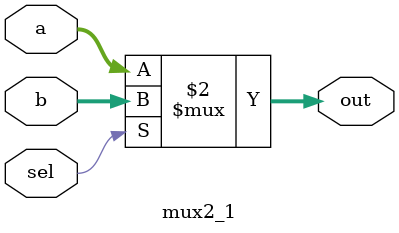
<source format=v>
module mux2_1(out, a, b, sel) ;//2è·¯é?æ©å?
	parameter WIDTH = 8;
	output [WIDTH-1:0] out;
	input [WIDTH-1:0] a, b;
	input sel;
	assign out = sel == 0? a: b ;//sel=0æ¶ï¼è¾åºaï¼å¦åè¾åºb
endmodule
</source>
